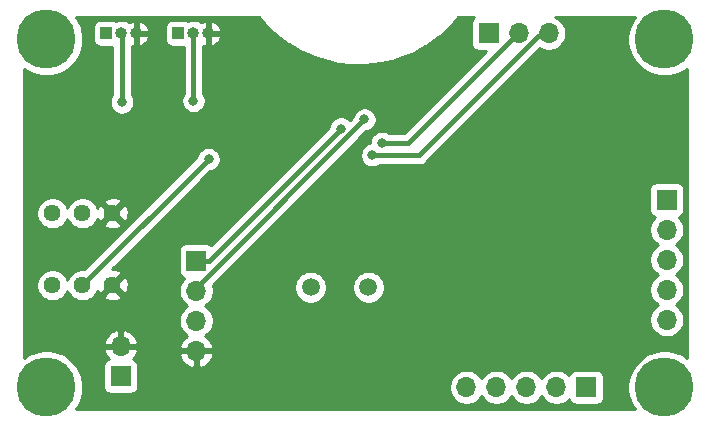
<source format=gbr>
%TF.GenerationSoftware,KiCad,Pcbnew,(5.1.8)-1*%
%TF.CreationDate,2021-01-04T13:49:47+01:00*%
%TF.ProjectId,fablab,6661626c-6162-42e6-9b69-6361645f7063,rev?*%
%TF.SameCoordinates,Original*%
%TF.FileFunction,Copper,L2,Bot*%
%TF.FilePolarity,Positive*%
%FSLAX46Y46*%
G04 Gerber Fmt 4.6, Leading zero omitted, Abs format (unit mm)*
G04 Created by KiCad (PCBNEW (5.1.8)-1) date 2021-01-04 13:49:47*
%MOMM*%
%LPD*%
G01*
G04 APERTURE LIST*
%TA.AperFunction,ConnectorPad*%
%ADD10C,5.000000*%
%TD*%
%TA.AperFunction,ComponentPad*%
%ADD11C,2.900000*%
%TD*%
%TA.AperFunction,ComponentPad*%
%ADD12R,1.700000X1.700000*%
%TD*%
%TA.AperFunction,ComponentPad*%
%ADD13O,1.700000X1.700000*%
%TD*%
%TA.AperFunction,ComponentPad*%
%ADD14O,1.000000X1.000000*%
%TD*%
%TA.AperFunction,ComponentPad*%
%ADD15R,1.000000X1.000000*%
%TD*%
%TA.AperFunction,ComponentPad*%
%ADD16C,1.440000*%
%TD*%
%TA.AperFunction,ComponentPad*%
%ADD17C,1.500000*%
%TD*%
%TA.AperFunction,ViaPad*%
%ADD18C,0.800000*%
%TD*%
%TA.AperFunction,Conductor*%
%ADD19C,0.400000*%
%TD*%
%TA.AperFunction,Conductor*%
%ADD20C,0.254000*%
%TD*%
%TA.AperFunction,Conductor*%
%ADD21C,0.100000*%
%TD*%
G04 APERTURE END LIST*
D10*
%TO.P,H3,1*%
%TO.N,N/C*%
X17780000Y-182880000D03*
D11*
X17780000Y-182880000D03*
%TD*%
D10*
%TO.P,H1,1*%
%TO.N,N/C*%
X17780000Y-153416000D03*
D11*
X17780000Y-153416000D03*
%TD*%
D10*
%TO.P,H4,1*%
%TO.N,N/C*%
X70104000Y-182880000D03*
D11*
X70104000Y-182880000D03*
%TD*%
D10*
%TO.P,H2,1*%
%TO.N,N/C*%
X70104000Y-153416000D03*
D11*
X70104000Y-153416000D03*
%TD*%
D12*
%TO.P,J5,1*%
%TO.N,Net-(J5-Pad1)*%
X63500000Y-182880000D03*
D13*
%TO.P,J5,2*%
%TO.N,Net-(J5-Pad2)*%
X60960000Y-182880000D03*
%TO.P,J5,3*%
%TO.N,Net-(J5-Pad3)*%
X58420000Y-182880000D03*
%TO.P,J5,4*%
%TO.N,Net-(J5-Pad4)*%
X55880000Y-182880000D03*
%TO.P,J5,5*%
%TO.N,+5V*%
X53340000Y-182880000D03*
%TD*%
D12*
%TO.P,J4,1*%
%TO.N,+5V*%
X70300000Y-167000000D03*
D13*
%TO.P,J4,2*%
%TO.N,Net-(J4-Pad2)*%
X70300000Y-169540000D03*
%TO.P,J4,3*%
%TO.N,Net-(J4-Pad3)*%
X70300000Y-172080000D03*
%TO.P,J4,4*%
%TO.N,Net-(J4-Pad4)*%
X70300000Y-174620000D03*
%TO.P,J4,5*%
%TO.N,Net-(J4-Pad5)*%
X70300000Y-177160000D03*
%TD*%
D14*
%TO.P,U1,3*%
%TO.N,GND*%
X25400000Y-152908000D03*
%TO.P,U1,2*%
%TO.N,Net-(U1-Pad2)*%
X24130000Y-152908000D03*
D15*
%TO.P,U1,1*%
%TO.N,Net-(R1-Pad1)*%
X22860000Y-152908000D03*
%TD*%
D14*
%TO.P,U2,3*%
%TO.N,GND*%
X31496000Y-152908000D03*
%TO.P,U2,2*%
%TO.N,Net-(U2-Pad2)*%
X30226000Y-152908000D03*
D15*
%TO.P,U2,1*%
%TO.N,Net-(R2-Pad1)*%
X28956000Y-152908000D03*
%TD*%
D12*
%TO.P,J2,1*%
%TO.N,+5V*%
X24053800Y-181965600D03*
D13*
%TO.P,J2,2*%
%TO.N,GND*%
X24053800Y-179425600D03*
%TD*%
D16*
%TO.P,RV1,1*%
%TO.N,+5V*%
X18288000Y-168148000D03*
%TO.P,RV1,2*%
%TO.N,Net-(RV1-Pad2)*%
X20828000Y-168148000D03*
%TO.P,RV1,3*%
%TO.N,GND*%
X23368000Y-168148000D03*
%TD*%
%TO.P,RV2,3*%
%TO.N,GND*%
X23368000Y-174244000D03*
%TO.P,RV2,2*%
%TO.N,Net-(RV2-Pad2)*%
X20828000Y-174244000D03*
%TO.P,RV2,1*%
%TO.N,+5V*%
X18288000Y-174244000D03*
%TD*%
D17*
%TO.P,Y1,1*%
%TO.N,Net-(C6-Pad2)*%
X45028000Y-174404000D03*
%TO.P,Y1,2*%
%TO.N,Net-(C5-Pad1)*%
X40148000Y-174404000D03*
%TD*%
D12*
%TO.P,J1,1*%
%TO.N,SCL*%
X30454600Y-172161200D03*
D13*
%TO.P,J1,2*%
%TO.N,SDA*%
X30454600Y-174701200D03*
%TO.P,J1,3*%
%TO.N,+5V*%
X30454600Y-177241200D03*
%TO.P,J1,4*%
%TO.N,GND*%
X30454600Y-179781200D03*
%TD*%
D12*
%TO.P,J3,1*%
%TO.N,RESET*%
X55219600Y-152908000D03*
D13*
%TO.P,J3,2*%
%TO.N,RXD*%
X57759600Y-152908000D03*
%TO.P,J3,3*%
%TO.N,TXD*%
X60299600Y-152908000D03*
%TD*%
D18*
%TO.N,GND*%
X26797000Y-160959800D03*
X30962600Y-168529000D03*
X36322000Y-171246800D03*
X24130000Y-176936400D03*
X36195000Y-154025600D03*
X42595800Y-181178200D03*
X48564800Y-157784800D03*
X44119800Y-164922200D03*
X43275199Y-164522201D03*
X53060600Y-162280600D03*
X36677600Y-159334200D03*
X52933600Y-175488600D03*
X50139600Y-172567600D03*
X64592200Y-159537400D03*
%TO.N,SCL*%
X42714255Y-160975376D03*
%TO.N,SDA*%
X44704000Y-160197800D03*
%TO.N,TXD*%
X45364400Y-163220400D03*
%TO.N,RXD*%
X46177200Y-162204400D03*
%TO.N,Net-(RV2-Pad2)*%
X31500000Y-163572000D03*
%TO.N,Net-(U1-Pad2)*%
X24155400Y-158750000D03*
%TO.N,Net-(U2-Pad2)*%
X30226000Y-158623000D03*
%TD*%
D19*
%TO.N,SCL*%
X31528431Y-172161200D02*
X30454600Y-172161200D01*
X42714255Y-160975376D02*
X31528431Y-172161200D01*
%TO.N,SDA*%
X30454600Y-174447200D02*
X30454600Y-174701200D01*
X44704000Y-160197800D02*
X30454600Y-174447200D01*
%TO.N,TXD*%
X59406402Y-153162000D02*
X60096400Y-153162000D01*
X49322602Y-163245800D02*
X59406402Y-153162000D01*
X49297202Y-163220400D02*
X49322602Y-163245800D01*
X45364400Y-163220400D02*
X49297202Y-163220400D01*
%TO.N,RXD*%
X48368602Y-162229800D02*
X57436402Y-153162000D01*
X57436402Y-153162000D02*
X57556400Y-153162000D01*
X48343202Y-162204400D02*
X48368602Y-162229800D01*
X46177200Y-162204400D02*
X48343202Y-162204400D01*
%TO.N,Net-(RV2-Pad2)*%
X20828000Y-174244000D02*
X31500000Y-163572000D01*
X31500000Y-163572000D02*
X31500000Y-163572000D01*
%TO.N,Net-(U1-Pad2)*%
X24155400Y-152933400D02*
X24130000Y-152908000D01*
X24155400Y-158750000D02*
X24155400Y-152933400D01*
%TO.N,Net-(U2-Pad2)*%
X30226000Y-158623000D02*
X30226000Y-152908000D01*
%TD*%
D20*
%TO.N,GND*%
X36176403Y-152042454D02*
X36201364Y-152069035D01*
X36225889Y-152095959D01*
X37142606Y-152983387D01*
X37142614Y-152983395D01*
X37205668Y-153037190D01*
X38226390Y-153802732D01*
X38295688Y-153848201D01*
X38295695Y-153848204D01*
X39404298Y-154479768D01*
X39404310Y-154479776D01*
X39478761Y-154516200D01*
X40657799Y-155003848D01*
X40736228Y-155030655D01*
X40736243Y-155030658D01*
X41967071Y-155366680D01*
X41967086Y-155366685D01*
X42012345Y-155376032D01*
X42048257Y-155383450D01*
X42048270Y-155383451D01*
X43311511Y-155562560D01*
X43311526Y-155562563D01*
X43394157Y-155569022D01*
X44669912Y-155588392D01*
X44669913Y-155588392D01*
X44752703Y-155584444D01*
X44752705Y-155584444D01*
X46020826Y-155443768D01*
X46020828Y-155443768D01*
X46102469Y-155429475D01*
X47342962Y-155130969D01*
X47422169Y-155106557D01*
X47422183Y-155106551D01*
X48615454Y-154654934D01*
X48615468Y-154654930D01*
X48690990Y-154620782D01*
X49818269Y-154023160D01*
X49818276Y-154023157D01*
X49852566Y-154002119D01*
X49888923Y-153979814D01*
X49888933Y-153979806D01*
X50932406Y-153245621D01*
X50932417Y-153245614D01*
X50968298Y-153216837D01*
X50997075Y-153193757D01*
X50997082Y-153193749D01*
X51940321Y-152334564D01*
X51997970Y-152275013D01*
X51997976Y-152275005D01*
X52628474Y-151536000D01*
X54004704Y-151536000D01*
X53918415Y-151606815D01*
X53839063Y-151703506D01*
X53780098Y-151813820D01*
X53743788Y-151933518D01*
X53731528Y-152058000D01*
X53731528Y-153758000D01*
X53743788Y-153882482D01*
X53780098Y-154002180D01*
X53839063Y-154112494D01*
X53918415Y-154209185D01*
X54015106Y-154288537D01*
X54125420Y-154347502D01*
X54245118Y-154383812D01*
X54369600Y-154396072D01*
X55021461Y-154396072D01*
X48048135Y-161369400D01*
X46790485Y-161369400D01*
X46667456Y-161287195D01*
X46479098Y-161209174D01*
X46279139Y-161169400D01*
X46075261Y-161169400D01*
X45875302Y-161209174D01*
X45686944Y-161287195D01*
X45517426Y-161400463D01*
X45373263Y-161544626D01*
X45259995Y-161714144D01*
X45181974Y-161902502D01*
X45142200Y-162102461D01*
X45142200Y-162209321D01*
X45062502Y-162225174D01*
X44874144Y-162303195D01*
X44704626Y-162416463D01*
X44560463Y-162560626D01*
X44447195Y-162730144D01*
X44369174Y-162918502D01*
X44329400Y-163118461D01*
X44329400Y-163322339D01*
X44369174Y-163522298D01*
X44447195Y-163710656D01*
X44560463Y-163880174D01*
X44704626Y-164024337D01*
X44874144Y-164137605D01*
X45062502Y-164215626D01*
X45262461Y-164255400D01*
X45466339Y-164255400D01*
X45666298Y-164215626D01*
X45854656Y-164137605D01*
X45977685Y-164055400D01*
X49115010Y-164055400D01*
X49158914Y-164068718D01*
X49322601Y-164084840D01*
X49322602Y-164084840D01*
X49486290Y-164068718D01*
X49643688Y-164020972D01*
X49788747Y-163943436D01*
X49884031Y-163865238D01*
X49884032Y-163865237D01*
X49915892Y-163839090D01*
X49942039Y-163807230D01*
X59553683Y-154195588D01*
X59596189Y-154223990D01*
X59866442Y-154335932D01*
X60153340Y-154393000D01*
X60445860Y-154393000D01*
X60732758Y-154335932D01*
X61003011Y-154223990D01*
X61246232Y-154061475D01*
X61453075Y-153854632D01*
X61615590Y-153611411D01*
X61727532Y-153341158D01*
X61784600Y-153054260D01*
X61784600Y-152761740D01*
X61727532Y-152474842D01*
X61615590Y-152204589D01*
X61453075Y-151961368D01*
X61246232Y-151754525D01*
X61003011Y-151592010D01*
X60867790Y-151536000D01*
X67589743Y-151536000D01*
X67325799Y-151931021D01*
X67089476Y-152501554D01*
X66969000Y-153107229D01*
X66969000Y-153724771D01*
X67089476Y-154330446D01*
X67325799Y-154900979D01*
X67668886Y-155414446D01*
X68105554Y-155851114D01*
X68619021Y-156194201D01*
X69189554Y-156430524D01*
X69795229Y-156551000D01*
X70412771Y-156551000D01*
X71018446Y-156430524D01*
X71588979Y-156194201D01*
X71984001Y-155930256D01*
X71984000Y-180365743D01*
X71588979Y-180101799D01*
X71018446Y-179865476D01*
X70412771Y-179745000D01*
X69795229Y-179745000D01*
X69189554Y-179865476D01*
X68619021Y-180101799D01*
X68105554Y-180444886D01*
X67668886Y-180881554D01*
X67325799Y-181395021D01*
X67089476Y-181965554D01*
X66969000Y-182571229D01*
X66969000Y-183188771D01*
X67089476Y-183794446D01*
X67325799Y-184364979D01*
X67589743Y-184760000D01*
X20294257Y-184760000D01*
X20558201Y-184364979D01*
X20794524Y-183794446D01*
X20915000Y-183188771D01*
X20915000Y-182571229D01*
X20794524Y-181965554D01*
X20558201Y-181395021D01*
X20371499Y-181115600D01*
X22565728Y-181115600D01*
X22565728Y-182815600D01*
X22577988Y-182940082D01*
X22614298Y-183059780D01*
X22673263Y-183170094D01*
X22752615Y-183266785D01*
X22849306Y-183346137D01*
X22959620Y-183405102D01*
X23079318Y-183441412D01*
X23203800Y-183453672D01*
X24903800Y-183453672D01*
X25028282Y-183441412D01*
X25147980Y-183405102D01*
X25258294Y-183346137D01*
X25354985Y-183266785D01*
X25434337Y-183170094D01*
X25493302Y-183059780D01*
X25529612Y-182940082D01*
X25541872Y-182815600D01*
X25541872Y-182733740D01*
X51855000Y-182733740D01*
X51855000Y-183026260D01*
X51912068Y-183313158D01*
X52024010Y-183583411D01*
X52186525Y-183826632D01*
X52393368Y-184033475D01*
X52636589Y-184195990D01*
X52906842Y-184307932D01*
X53193740Y-184365000D01*
X53486260Y-184365000D01*
X53773158Y-184307932D01*
X54043411Y-184195990D01*
X54286632Y-184033475D01*
X54493475Y-183826632D01*
X54610000Y-183652240D01*
X54726525Y-183826632D01*
X54933368Y-184033475D01*
X55176589Y-184195990D01*
X55446842Y-184307932D01*
X55733740Y-184365000D01*
X56026260Y-184365000D01*
X56313158Y-184307932D01*
X56583411Y-184195990D01*
X56826632Y-184033475D01*
X57033475Y-183826632D01*
X57150000Y-183652240D01*
X57266525Y-183826632D01*
X57473368Y-184033475D01*
X57716589Y-184195990D01*
X57986842Y-184307932D01*
X58273740Y-184365000D01*
X58566260Y-184365000D01*
X58853158Y-184307932D01*
X59123411Y-184195990D01*
X59366632Y-184033475D01*
X59573475Y-183826632D01*
X59690000Y-183652240D01*
X59806525Y-183826632D01*
X60013368Y-184033475D01*
X60256589Y-184195990D01*
X60526842Y-184307932D01*
X60813740Y-184365000D01*
X61106260Y-184365000D01*
X61393158Y-184307932D01*
X61663411Y-184195990D01*
X61906632Y-184033475D01*
X62038487Y-183901620D01*
X62060498Y-183974180D01*
X62119463Y-184084494D01*
X62198815Y-184181185D01*
X62295506Y-184260537D01*
X62405820Y-184319502D01*
X62525518Y-184355812D01*
X62650000Y-184368072D01*
X64350000Y-184368072D01*
X64474482Y-184355812D01*
X64594180Y-184319502D01*
X64704494Y-184260537D01*
X64801185Y-184181185D01*
X64880537Y-184084494D01*
X64939502Y-183974180D01*
X64975812Y-183854482D01*
X64988072Y-183730000D01*
X64988072Y-182030000D01*
X64975812Y-181905518D01*
X64939502Y-181785820D01*
X64880537Y-181675506D01*
X64801185Y-181578815D01*
X64704494Y-181499463D01*
X64594180Y-181440498D01*
X64474482Y-181404188D01*
X64350000Y-181391928D01*
X62650000Y-181391928D01*
X62525518Y-181404188D01*
X62405820Y-181440498D01*
X62295506Y-181499463D01*
X62198815Y-181578815D01*
X62119463Y-181675506D01*
X62060498Y-181785820D01*
X62038487Y-181858380D01*
X61906632Y-181726525D01*
X61663411Y-181564010D01*
X61393158Y-181452068D01*
X61106260Y-181395000D01*
X60813740Y-181395000D01*
X60526842Y-181452068D01*
X60256589Y-181564010D01*
X60013368Y-181726525D01*
X59806525Y-181933368D01*
X59690000Y-182107760D01*
X59573475Y-181933368D01*
X59366632Y-181726525D01*
X59123411Y-181564010D01*
X58853158Y-181452068D01*
X58566260Y-181395000D01*
X58273740Y-181395000D01*
X57986842Y-181452068D01*
X57716589Y-181564010D01*
X57473368Y-181726525D01*
X57266525Y-181933368D01*
X57150000Y-182107760D01*
X57033475Y-181933368D01*
X56826632Y-181726525D01*
X56583411Y-181564010D01*
X56313158Y-181452068D01*
X56026260Y-181395000D01*
X55733740Y-181395000D01*
X55446842Y-181452068D01*
X55176589Y-181564010D01*
X54933368Y-181726525D01*
X54726525Y-181933368D01*
X54610000Y-182107760D01*
X54493475Y-181933368D01*
X54286632Y-181726525D01*
X54043411Y-181564010D01*
X53773158Y-181452068D01*
X53486260Y-181395000D01*
X53193740Y-181395000D01*
X52906842Y-181452068D01*
X52636589Y-181564010D01*
X52393368Y-181726525D01*
X52186525Y-181933368D01*
X52024010Y-182176589D01*
X51912068Y-182446842D01*
X51855000Y-182733740D01*
X25541872Y-182733740D01*
X25541872Y-181115600D01*
X25529612Y-180991118D01*
X25493302Y-180871420D01*
X25434337Y-180761106D01*
X25354985Y-180664415D01*
X25258294Y-180585063D01*
X25147980Y-180526098D01*
X25067334Y-180501634D01*
X25151388Y-180425869D01*
X25325441Y-180192520D01*
X25351366Y-180138090D01*
X29013124Y-180138090D01*
X29057775Y-180285299D01*
X29182959Y-180548120D01*
X29357012Y-180781469D01*
X29573245Y-180976378D01*
X29823348Y-181125357D01*
X30097709Y-181222681D01*
X30327600Y-181102014D01*
X30327600Y-179908200D01*
X30581600Y-179908200D01*
X30581600Y-181102014D01*
X30811491Y-181222681D01*
X31085852Y-181125357D01*
X31335955Y-180976378D01*
X31552188Y-180781469D01*
X31726241Y-180548120D01*
X31851425Y-180285299D01*
X31896076Y-180138090D01*
X31774755Y-179908200D01*
X30581600Y-179908200D01*
X30327600Y-179908200D01*
X29134445Y-179908200D01*
X29013124Y-180138090D01*
X25351366Y-180138090D01*
X25450625Y-179929699D01*
X25495276Y-179782490D01*
X25373955Y-179552600D01*
X24180800Y-179552600D01*
X24180800Y-179572600D01*
X23926800Y-179572600D01*
X23926800Y-179552600D01*
X22733645Y-179552600D01*
X22612324Y-179782490D01*
X22656975Y-179929699D01*
X22782159Y-180192520D01*
X22956212Y-180425869D01*
X23040266Y-180501634D01*
X22959620Y-180526098D01*
X22849306Y-180585063D01*
X22752615Y-180664415D01*
X22673263Y-180761106D01*
X22614298Y-180871420D01*
X22577988Y-180991118D01*
X22565728Y-181115600D01*
X20371499Y-181115600D01*
X20215114Y-180881554D01*
X19778446Y-180444886D01*
X19264979Y-180101799D01*
X18694446Y-179865476D01*
X18088771Y-179745000D01*
X17471229Y-179745000D01*
X16865554Y-179865476D01*
X16295021Y-180101799D01*
X15900000Y-180365743D01*
X15900000Y-179068710D01*
X22612324Y-179068710D01*
X22733645Y-179298600D01*
X23926800Y-179298600D01*
X23926800Y-178104786D01*
X24180800Y-178104786D01*
X24180800Y-179298600D01*
X25373955Y-179298600D01*
X25495276Y-179068710D01*
X25450625Y-178921501D01*
X25325441Y-178658680D01*
X25151388Y-178425331D01*
X24935155Y-178230422D01*
X24685052Y-178081443D01*
X24410691Y-177984119D01*
X24180800Y-178104786D01*
X23926800Y-178104786D01*
X23696909Y-177984119D01*
X23422548Y-178081443D01*
X23172445Y-178230422D01*
X22956212Y-178425331D01*
X22782159Y-178658680D01*
X22656975Y-178921501D01*
X22612324Y-179068710D01*
X15900000Y-179068710D01*
X15900000Y-174110544D01*
X16933000Y-174110544D01*
X16933000Y-174377456D01*
X16985072Y-174639239D01*
X17087215Y-174885833D01*
X17235503Y-175107762D01*
X17424238Y-175296497D01*
X17646167Y-175444785D01*
X17892761Y-175546928D01*
X18154544Y-175599000D01*
X18421456Y-175599000D01*
X18683239Y-175546928D01*
X18929833Y-175444785D01*
X19151762Y-175296497D01*
X19340497Y-175107762D01*
X19488785Y-174885833D01*
X19558000Y-174718734D01*
X19627215Y-174885833D01*
X19775503Y-175107762D01*
X19964238Y-175296497D01*
X20186167Y-175444785D01*
X20432761Y-175546928D01*
X20694544Y-175599000D01*
X20961456Y-175599000D01*
X21223239Y-175546928D01*
X21469833Y-175444785D01*
X21691762Y-175296497D01*
X21808699Y-175179560D01*
X22612045Y-175179560D01*
X22673932Y-175415368D01*
X22915790Y-175528266D01*
X23175027Y-175591811D01*
X23441680Y-175603561D01*
X23705501Y-175563063D01*
X23956353Y-175471875D01*
X24062068Y-175415368D01*
X24123955Y-175179560D01*
X23368000Y-174423605D01*
X22612045Y-175179560D01*
X21808699Y-175179560D01*
X21880497Y-175107762D01*
X22028785Y-174885833D01*
X22098438Y-174717676D01*
X22140125Y-174832353D01*
X22196632Y-174938068D01*
X22432440Y-174999955D01*
X23188395Y-174244000D01*
X23547605Y-174244000D01*
X24303560Y-174999955D01*
X24539368Y-174938068D01*
X24652266Y-174696210D01*
X24715811Y-174436973D01*
X24727561Y-174170320D01*
X24687063Y-173906499D01*
X24595875Y-173655647D01*
X24539368Y-173549932D01*
X24303560Y-173488045D01*
X23547605Y-174244000D01*
X23188395Y-174244000D01*
X23174253Y-174229858D01*
X23353858Y-174050253D01*
X23368000Y-174064395D01*
X24123955Y-173308440D01*
X24062068Y-173072632D01*
X23820210Y-172959734D01*
X23560973Y-172896189D01*
X23365300Y-172887567D01*
X24941667Y-171311200D01*
X28966528Y-171311200D01*
X28966528Y-173011200D01*
X28978788Y-173135682D01*
X29015098Y-173255380D01*
X29074063Y-173365694D01*
X29153415Y-173462385D01*
X29250106Y-173541737D01*
X29360420Y-173600702D01*
X29432980Y-173622713D01*
X29301125Y-173754568D01*
X29138610Y-173997789D01*
X29026668Y-174268042D01*
X28969600Y-174554940D01*
X28969600Y-174847460D01*
X29026668Y-175134358D01*
X29138610Y-175404611D01*
X29301125Y-175647832D01*
X29507968Y-175854675D01*
X29682360Y-175971200D01*
X29507968Y-176087725D01*
X29301125Y-176294568D01*
X29138610Y-176537789D01*
X29026668Y-176808042D01*
X28969600Y-177094940D01*
X28969600Y-177387460D01*
X29026668Y-177674358D01*
X29138610Y-177944611D01*
X29301125Y-178187832D01*
X29507968Y-178394675D01*
X29690134Y-178516395D01*
X29573245Y-178586022D01*
X29357012Y-178780931D01*
X29182959Y-179014280D01*
X29057775Y-179277101D01*
X29013124Y-179424310D01*
X29134445Y-179654200D01*
X30327600Y-179654200D01*
X30327600Y-179634200D01*
X30581600Y-179634200D01*
X30581600Y-179654200D01*
X31774755Y-179654200D01*
X31896076Y-179424310D01*
X31851425Y-179277101D01*
X31726241Y-179014280D01*
X31552188Y-178780931D01*
X31335955Y-178586022D01*
X31219066Y-178516395D01*
X31401232Y-178394675D01*
X31608075Y-178187832D01*
X31770590Y-177944611D01*
X31882532Y-177674358D01*
X31939600Y-177387460D01*
X31939600Y-177094940D01*
X31882532Y-176808042D01*
X31770590Y-176537789D01*
X31608075Y-176294568D01*
X31401232Y-176087725D01*
X31226840Y-175971200D01*
X31401232Y-175854675D01*
X31608075Y-175647832D01*
X31770590Y-175404611D01*
X31882532Y-175134358D01*
X31939600Y-174847460D01*
X31939600Y-174554940D01*
X31882532Y-174268042D01*
X31882345Y-174267589D01*
X38763000Y-174267589D01*
X38763000Y-174540411D01*
X38816225Y-174807989D01*
X38920629Y-175060043D01*
X39072201Y-175286886D01*
X39265114Y-175479799D01*
X39491957Y-175631371D01*
X39744011Y-175735775D01*
X40011589Y-175789000D01*
X40284411Y-175789000D01*
X40551989Y-175735775D01*
X40804043Y-175631371D01*
X41030886Y-175479799D01*
X41223799Y-175286886D01*
X41375371Y-175060043D01*
X41479775Y-174807989D01*
X41533000Y-174540411D01*
X41533000Y-174267589D01*
X43643000Y-174267589D01*
X43643000Y-174540411D01*
X43696225Y-174807989D01*
X43800629Y-175060043D01*
X43952201Y-175286886D01*
X44145114Y-175479799D01*
X44371957Y-175631371D01*
X44624011Y-175735775D01*
X44891589Y-175789000D01*
X45164411Y-175789000D01*
X45431989Y-175735775D01*
X45684043Y-175631371D01*
X45910886Y-175479799D01*
X46103799Y-175286886D01*
X46255371Y-175060043D01*
X46359775Y-174807989D01*
X46413000Y-174540411D01*
X46413000Y-174267589D01*
X46359775Y-174000011D01*
X46255371Y-173747957D01*
X46103799Y-173521114D01*
X45910886Y-173328201D01*
X45684043Y-173176629D01*
X45431989Y-173072225D01*
X45164411Y-173019000D01*
X44891589Y-173019000D01*
X44624011Y-173072225D01*
X44371957Y-173176629D01*
X44145114Y-173328201D01*
X43952201Y-173521114D01*
X43800629Y-173747957D01*
X43696225Y-174000011D01*
X43643000Y-174267589D01*
X41533000Y-174267589D01*
X41479775Y-174000011D01*
X41375371Y-173747957D01*
X41223799Y-173521114D01*
X41030886Y-173328201D01*
X40804043Y-173176629D01*
X40551989Y-173072225D01*
X40284411Y-173019000D01*
X40011589Y-173019000D01*
X39744011Y-173072225D01*
X39491957Y-173176629D01*
X39265114Y-173328201D01*
X39072201Y-173521114D01*
X38920629Y-173747957D01*
X38816225Y-174000011D01*
X38763000Y-174267589D01*
X31882345Y-174267589D01*
X31862643Y-174220025D01*
X39932668Y-166150000D01*
X68811928Y-166150000D01*
X68811928Y-167850000D01*
X68824188Y-167974482D01*
X68860498Y-168094180D01*
X68919463Y-168204494D01*
X68998815Y-168301185D01*
X69095506Y-168380537D01*
X69205820Y-168439502D01*
X69278380Y-168461513D01*
X69146525Y-168593368D01*
X68984010Y-168836589D01*
X68872068Y-169106842D01*
X68815000Y-169393740D01*
X68815000Y-169686260D01*
X68872068Y-169973158D01*
X68984010Y-170243411D01*
X69146525Y-170486632D01*
X69353368Y-170693475D01*
X69527760Y-170810000D01*
X69353368Y-170926525D01*
X69146525Y-171133368D01*
X68984010Y-171376589D01*
X68872068Y-171646842D01*
X68815000Y-171933740D01*
X68815000Y-172226260D01*
X68872068Y-172513158D01*
X68984010Y-172783411D01*
X69146525Y-173026632D01*
X69353368Y-173233475D01*
X69527760Y-173350000D01*
X69353368Y-173466525D01*
X69146525Y-173673368D01*
X68984010Y-173916589D01*
X68872068Y-174186842D01*
X68815000Y-174473740D01*
X68815000Y-174766260D01*
X68872068Y-175053158D01*
X68984010Y-175323411D01*
X69146525Y-175566632D01*
X69353368Y-175773475D01*
X69527760Y-175890000D01*
X69353368Y-176006525D01*
X69146525Y-176213368D01*
X68984010Y-176456589D01*
X68872068Y-176726842D01*
X68815000Y-177013740D01*
X68815000Y-177306260D01*
X68872068Y-177593158D01*
X68984010Y-177863411D01*
X69146525Y-178106632D01*
X69353368Y-178313475D01*
X69596589Y-178475990D01*
X69866842Y-178587932D01*
X70153740Y-178645000D01*
X70446260Y-178645000D01*
X70733158Y-178587932D01*
X71003411Y-178475990D01*
X71246632Y-178313475D01*
X71453475Y-178106632D01*
X71615990Y-177863411D01*
X71727932Y-177593158D01*
X71785000Y-177306260D01*
X71785000Y-177013740D01*
X71727932Y-176726842D01*
X71615990Y-176456589D01*
X71453475Y-176213368D01*
X71246632Y-176006525D01*
X71072240Y-175890000D01*
X71246632Y-175773475D01*
X71453475Y-175566632D01*
X71615990Y-175323411D01*
X71727932Y-175053158D01*
X71785000Y-174766260D01*
X71785000Y-174473740D01*
X71727932Y-174186842D01*
X71615990Y-173916589D01*
X71453475Y-173673368D01*
X71246632Y-173466525D01*
X71072240Y-173350000D01*
X71246632Y-173233475D01*
X71453475Y-173026632D01*
X71615990Y-172783411D01*
X71727932Y-172513158D01*
X71785000Y-172226260D01*
X71785000Y-171933740D01*
X71727932Y-171646842D01*
X71615990Y-171376589D01*
X71453475Y-171133368D01*
X71246632Y-170926525D01*
X71072240Y-170810000D01*
X71246632Y-170693475D01*
X71453475Y-170486632D01*
X71615990Y-170243411D01*
X71727932Y-169973158D01*
X71785000Y-169686260D01*
X71785000Y-169393740D01*
X71727932Y-169106842D01*
X71615990Y-168836589D01*
X71453475Y-168593368D01*
X71321620Y-168461513D01*
X71394180Y-168439502D01*
X71504494Y-168380537D01*
X71601185Y-168301185D01*
X71680537Y-168204494D01*
X71739502Y-168094180D01*
X71775812Y-167974482D01*
X71788072Y-167850000D01*
X71788072Y-166150000D01*
X71775812Y-166025518D01*
X71739502Y-165905820D01*
X71680537Y-165795506D01*
X71601185Y-165698815D01*
X71504494Y-165619463D01*
X71394180Y-165560498D01*
X71274482Y-165524188D01*
X71150000Y-165511928D01*
X69450000Y-165511928D01*
X69325518Y-165524188D01*
X69205820Y-165560498D01*
X69095506Y-165619463D01*
X68998815Y-165698815D01*
X68919463Y-165795506D01*
X68860498Y-165905820D01*
X68824188Y-166025518D01*
X68811928Y-166150000D01*
X39932668Y-166150000D01*
X44860777Y-161221892D01*
X45005898Y-161193026D01*
X45194256Y-161115005D01*
X45363774Y-161001737D01*
X45507937Y-160857574D01*
X45621205Y-160688056D01*
X45699226Y-160499698D01*
X45739000Y-160299739D01*
X45739000Y-160095861D01*
X45699226Y-159895902D01*
X45621205Y-159707544D01*
X45507937Y-159538026D01*
X45363774Y-159393863D01*
X45194256Y-159280595D01*
X45005898Y-159202574D01*
X44805939Y-159162800D01*
X44602061Y-159162800D01*
X44402102Y-159202574D01*
X44213744Y-159280595D01*
X44044226Y-159393863D01*
X43900063Y-159538026D01*
X43786795Y-159707544D01*
X43708774Y-159895902D01*
X43679908Y-160041023D01*
X43461761Y-160259171D01*
X43374029Y-160171439D01*
X43204511Y-160058171D01*
X43016153Y-159980150D01*
X42816194Y-159940376D01*
X42612316Y-159940376D01*
X42412357Y-159980150D01*
X42223999Y-160058171D01*
X42054481Y-160171439D01*
X41910318Y-160315602D01*
X41797050Y-160485120D01*
X41719029Y-160673478D01*
X41690163Y-160818600D01*
X31696996Y-170811768D01*
X31659094Y-170780663D01*
X31548780Y-170721698D01*
X31429082Y-170685388D01*
X31304600Y-170673128D01*
X29604600Y-170673128D01*
X29480118Y-170685388D01*
X29360420Y-170721698D01*
X29250106Y-170780663D01*
X29153415Y-170860015D01*
X29074063Y-170956706D01*
X29015098Y-171067020D01*
X28978788Y-171186718D01*
X28966528Y-171311200D01*
X24941667Y-171311200D01*
X31656776Y-164596092D01*
X31801898Y-164567226D01*
X31990256Y-164489205D01*
X32159774Y-164375937D01*
X32303937Y-164231774D01*
X32417205Y-164062256D01*
X32495226Y-163873898D01*
X32535000Y-163673939D01*
X32535000Y-163470061D01*
X32495226Y-163270102D01*
X32417205Y-163081744D01*
X32303937Y-162912226D01*
X32159774Y-162768063D01*
X31990256Y-162654795D01*
X31801898Y-162576774D01*
X31601939Y-162537000D01*
X31398061Y-162537000D01*
X31198102Y-162576774D01*
X31009744Y-162654795D01*
X30840226Y-162768063D01*
X30696063Y-162912226D01*
X30582795Y-163081744D01*
X30504774Y-163270102D01*
X30475908Y-163415224D01*
X20995384Y-172895749D01*
X20961456Y-172889000D01*
X20694544Y-172889000D01*
X20432761Y-172941072D01*
X20186167Y-173043215D01*
X19964238Y-173191503D01*
X19775503Y-173380238D01*
X19627215Y-173602167D01*
X19558000Y-173769266D01*
X19488785Y-173602167D01*
X19340497Y-173380238D01*
X19151762Y-173191503D01*
X18929833Y-173043215D01*
X18683239Y-172941072D01*
X18421456Y-172889000D01*
X18154544Y-172889000D01*
X17892761Y-172941072D01*
X17646167Y-173043215D01*
X17424238Y-173191503D01*
X17235503Y-173380238D01*
X17087215Y-173602167D01*
X16985072Y-173848761D01*
X16933000Y-174110544D01*
X15900000Y-174110544D01*
X15900000Y-168014544D01*
X16933000Y-168014544D01*
X16933000Y-168281456D01*
X16985072Y-168543239D01*
X17087215Y-168789833D01*
X17235503Y-169011762D01*
X17424238Y-169200497D01*
X17646167Y-169348785D01*
X17892761Y-169450928D01*
X18154544Y-169503000D01*
X18421456Y-169503000D01*
X18683239Y-169450928D01*
X18929833Y-169348785D01*
X19151762Y-169200497D01*
X19340497Y-169011762D01*
X19488785Y-168789833D01*
X19558000Y-168622734D01*
X19627215Y-168789833D01*
X19775503Y-169011762D01*
X19964238Y-169200497D01*
X20186167Y-169348785D01*
X20432761Y-169450928D01*
X20694544Y-169503000D01*
X20961456Y-169503000D01*
X21223239Y-169450928D01*
X21469833Y-169348785D01*
X21691762Y-169200497D01*
X21808699Y-169083560D01*
X22612045Y-169083560D01*
X22673932Y-169319368D01*
X22915790Y-169432266D01*
X23175027Y-169495811D01*
X23441680Y-169507561D01*
X23705501Y-169467063D01*
X23956353Y-169375875D01*
X24062068Y-169319368D01*
X24123955Y-169083560D01*
X23368000Y-168327605D01*
X22612045Y-169083560D01*
X21808699Y-169083560D01*
X21880497Y-169011762D01*
X22028785Y-168789833D01*
X22098438Y-168621676D01*
X22140125Y-168736353D01*
X22196632Y-168842068D01*
X22432440Y-168903955D01*
X23188395Y-168148000D01*
X23547605Y-168148000D01*
X24303560Y-168903955D01*
X24539368Y-168842068D01*
X24652266Y-168600210D01*
X24715811Y-168340973D01*
X24727561Y-168074320D01*
X24687063Y-167810499D01*
X24595875Y-167559647D01*
X24539368Y-167453932D01*
X24303560Y-167392045D01*
X23547605Y-168148000D01*
X23188395Y-168148000D01*
X22432440Y-167392045D01*
X22196632Y-167453932D01*
X22096236Y-167669007D01*
X22028785Y-167506167D01*
X21880497Y-167284238D01*
X21808699Y-167212440D01*
X22612045Y-167212440D01*
X23368000Y-167968395D01*
X24123955Y-167212440D01*
X24062068Y-166976632D01*
X23820210Y-166863734D01*
X23560973Y-166800189D01*
X23294320Y-166788439D01*
X23030499Y-166828937D01*
X22779647Y-166920125D01*
X22673932Y-166976632D01*
X22612045Y-167212440D01*
X21808699Y-167212440D01*
X21691762Y-167095503D01*
X21469833Y-166947215D01*
X21223239Y-166845072D01*
X20961456Y-166793000D01*
X20694544Y-166793000D01*
X20432761Y-166845072D01*
X20186167Y-166947215D01*
X19964238Y-167095503D01*
X19775503Y-167284238D01*
X19627215Y-167506167D01*
X19558000Y-167673266D01*
X19488785Y-167506167D01*
X19340497Y-167284238D01*
X19151762Y-167095503D01*
X18929833Y-166947215D01*
X18683239Y-166845072D01*
X18421456Y-166793000D01*
X18154544Y-166793000D01*
X17892761Y-166845072D01*
X17646167Y-166947215D01*
X17424238Y-167095503D01*
X17235503Y-167284238D01*
X17087215Y-167506167D01*
X16985072Y-167752761D01*
X16933000Y-168014544D01*
X15900000Y-168014544D01*
X15900000Y-155930257D01*
X16295021Y-156194201D01*
X16865554Y-156430524D01*
X17471229Y-156551000D01*
X18088771Y-156551000D01*
X18694446Y-156430524D01*
X19264979Y-156194201D01*
X19778446Y-155851114D01*
X20215114Y-155414446D01*
X20558201Y-154900979D01*
X20794524Y-154330446D01*
X20915000Y-153724771D01*
X20915000Y-153107229D01*
X20794524Y-152501554D01*
X20755773Y-152408000D01*
X21721928Y-152408000D01*
X21721928Y-153408000D01*
X21734188Y-153532482D01*
X21770498Y-153652180D01*
X21829463Y-153762494D01*
X21908815Y-153859185D01*
X22005506Y-153938537D01*
X22115820Y-153997502D01*
X22235518Y-154033812D01*
X22360000Y-154046072D01*
X23320401Y-154046072D01*
X23320400Y-158136715D01*
X23238195Y-158259744D01*
X23160174Y-158448102D01*
X23120400Y-158648061D01*
X23120400Y-158851939D01*
X23160174Y-159051898D01*
X23238195Y-159240256D01*
X23351463Y-159409774D01*
X23495626Y-159553937D01*
X23665144Y-159667205D01*
X23853502Y-159745226D01*
X24053461Y-159785000D01*
X24257339Y-159785000D01*
X24457298Y-159745226D01*
X24645656Y-159667205D01*
X24815174Y-159553937D01*
X24959337Y-159409774D01*
X25072605Y-159240256D01*
X25150626Y-159051898D01*
X25190400Y-158851939D01*
X25190400Y-158648061D01*
X25150626Y-158448102D01*
X25072605Y-158259744D01*
X24990400Y-158136715D01*
X24990400Y-153962021D01*
X25043136Y-153985446D01*
X25098126Y-154002119D01*
X25273000Y-153875954D01*
X25273000Y-153035000D01*
X25527000Y-153035000D01*
X25527000Y-153875954D01*
X25701874Y-154002119D01*
X25756864Y-153985446D01*
X25960206Y-153895123D01*
X26142020Y-153766865D01*
X26295318Y-153605601D01*
X26414210Y-153417529D01*
X26494126Y-153209876D01*
X26369129Y-153035000D01*
X25527000Y-153035000D01*
X25273000Y-153035000D01*
X25261974Y-153035000D01*
X25265000Y-153019788D01*
X25265000Y-152796212D01*
X25261974Y-152781000D01*
X25273000Y-152781000D01*
X25273000Y-151940046D01*
X25527000Y-151940046D01*
X25527000Y-152781000D01*
X26369129Y-152781000D01*
X26494126Y-152606124D01*
X26417878Y-152408000D01*
X27817928Y-152408000D01*
X27817928Y-153408000D01*
X27830188Y-153532482D01*
X27866498Y-153652180D01*
X27925463Y-153762494D01*
X28004815Y-153859185D01*
X28101506Y-153938537D01*
X28211820Y-153997502D01*
X28331518Y-154033812D01*
X28456000Y-154046072D01*
X29391001Y-154046072D01*
X29391000Y-158009715D01*
X29308795Y-158132744D01*
X29230774Y-158321102D01*
X29191000Y-158521061D01*
X29191000Y-158724939D01*
X29230774Y-158924898D01*
X29308795Y-159113256D01*
X29422063Y-159282774D01*
X29566226Y-159426937D01*
X29735744Y-159540205D01*
X29924102Y-159618226D01*
X30124061Y-159658000D01*
X30327939Y-159658000D01*
X30527898Y-159618226D01*
X30716256Y-159540205D01*
X30885774Y-159426937D01*
X31029937Y-159282774D01*
X31143205Y-159113256D01*
X31221226Y-158924898D01*
X31261000Y-158724939D01*
X31261000Y-158521061D01*
X31221226Y-158321102D01*
X31143205Y-158132744D01*
X31061000Y-158009715D01*
X31061000Y-153950739D01*
X31139136Y-153985446D01*
X31194126Y-154002119D01*
X31369000Y-153875954D01*
X31369000Y-153035000D01*
X31623000Y-153035000D01*
X31623000Y-153875954D01*
X31797874Y-154002119D01*
X31852864Y-153985446D01*
X32056206Y-153895123D01*
X32238020Y-153766865D01*
X32391318Y-153605601D01*
X32510210Y-153417529D01*
X32590126Y-153209876D01*
X32465129Y-153035000D01*
X31623000Y-153035000D01*
X31369000Y-153035000D01*
X31357974Y-153035000D01*
X31361000Y-153019788D01*
X31361000Y-152796212D01*
X31357974Y-152781000D01*
X31369000Y-152781000D01*
X31369000Y-151940046D01*
X31623000Y-151940046D01*
X31623000Y-152781000D01*
X32465129Y-152781000D01*
X32590126Y-152606124D01*
X32510210Y-152398471D01*
X32391318Y-152210399D01*
X32238020Y-152049135D01*
X32056206Y-151920877D01*
X31852864Y-151830554D01*
X31797874Y-151813881D01*
X31623000Y-151940046D01*
X31369000Y-151940046D01*
X31194126Y-151813881D01*
X31139136Y-151830554D01*
X30935794Y-151920877D01*
X30865658Y-151970353D01*
X30763624Y-151902176D01*
X30557067Y-151816617D01*
X30337788Y-151773000D01*
X30114212Y-151773000D01*
X29894933Y-151816617D01*
X29783226Y-151862888D01*
X29700180Y-151818498D01*
X29580482Y-151782188D01*
X29456000Y-151769928D01*
X28456000Y-151769928D01*
X28331518Y-151782188D01*
X28211820Y-151818498D01*
X28101506Y-151877463D01*
X28004815Y-151956815D01*
X27925463Y-152053506D01*
X27866498Y-152163820D01*
X27830188Y-152283518D01*
X27817928Y-152408000D01*
X26417878Y-152408000D01*
X26414210Y-152398471D01*
X26295318Y-152210399D01*
X26142020Y-152049135D01*
X25960206Y-151920877D01*
X25756864Y-151830554D01*
X25701874Y-151813881D01*
X25527000Y-151940046D01*
X25273000Y-151940046D01*
X25098126Y-151813881D01*
X25043136Y-151830554D01*
X24839794Y-151920877D01*
X24769658Y-151970353D01*
X24667624Y-151902176D01*
X24461067Y-151816617D01*
X24241788Y-151773000D01*
X24018212Y-151773000D01*
X23798933Y-151816617D01*
X23687226Y-151862888D01*
X23604180Y-151818498D01*
X23484482Y-151782188D01*
X23360000Y-151769928D01*
X22360000Y-151769928D01*
X22235518Y-151782188D01*
X22115820Y-151818498D01*
X22005506Y-151877463D01*
X21908815Y-151956815D01*
X21829463Y-152053506D01*
X21770498Y-152163820D01*
X21734188Y-152283518D01*
X21721928Y-152408000D01*
X20755773Y-152408000D01*
X20558201Y-151931021D01*
X20294257Y-151536000D01*
X35757427Y-151536000D01*
X36176403Y-152042454D01*
%TA.AperFunction,Conductor*%
D21*
G36*
X36176403Y-152042454D02*
G01*
X36201364Y-152069035D01*
X36225889Y-152095959D01*
X37142606Y-152983387D01*
X37142614Y-152983395D01*
X37205668Y-153037190D01*
X38226390Y-153802732D01*
X38295688Y-153848201D01*
X38295695Y-153848204D01*
X39404298Y-154479768D01*
X39404310Y-154479776D01*
X39478761Y-154516200D01*
X40657799Y-155003848D01*
X40736228Y-155030655D01*
X40736243Y-155030658D01*
X41967071Y-155366680D01*
X41967086Y-155366685D01*
X42012345Y-155376032D01*
X42048257Y-155383450D01*
X42048270Y-155383451D01*
X43311511Y-155562560D01*
X43311526Y-155562563D01*
X43394157Y-155569022D01*
X44669912Y-155588392D01*
X44669913Y-155588392D01*
X44752703Y-155584444D01*
X44752705Y-155584444D01*
X46020826Y-155443768D01*
X46020828Y-155443768D01*
X46102469Y-155429475D01*
X47342962Y-155130969D01*
X47422169Y-155106557D01*
X47422183Y-155106551D01*
X48615454Y-154654934D01*
X48615468Y-154654930D01*
X48690990Y-154620782D01*
X49818269Y-154023160D01*
X49818276Y-154023157D01*
X49852566Y-154002119D01*
X49888923Y-153979814D01*
X49888933Y-153979806D01*
X50932406Y-153245621D01*
X50932417Y-153245614D01*
X50968298Y-153216837D01*
X50997075Y-153193757D01*
X50997082Y-153193749D01*
X51940321Y-152334564D01*
X51997970Y-152275013D01*
X51997976Y-152275005D01*
X52628474Y-151536000D01*
X54004704Y-151536000D01*
X53918415Y-151606815D01*
X53839063Y-151703506D01*
X53780098Y-151813820D01*
X53743788Y-151933518D01*
X53731528Y-152058000D01*
X53731528Y-153758000D01*
X53743788Y-153882482D01*
X53780098Y-154002180D01*
X53839063Y-154112494D01*
X53918415Y-154209185D01*
X54015106Y-154288537D01*
X54125420Y-154347502D01*
X54245118Y-154383812D01*
X54369600Y-154396072D01*
X55021461Y-154396072D01*
X48048135Y-161369400D01*
X46790485Y-161369400D01*
X46667456Y-161287195D01*
X46479098Y-161209174D01*
X46279139Y-161169400D01*
X46075261Y-161169400D01*
X45875302Y-161209174D01*
X45686944Y-161287195D01*
X45517426Y-161400463D01*
X45373263Y-161544626D01*
X45259995Y-161714144D01*
X45181974Y-161902502D01*
X45142200Y-162102461D01*
X45142200Y-162209321D01*
X45062502Y-162225174D01*
X44874144Y-162303195D01*
X44704626Y-162416463D01*
X44560463Y-162560626D01*
X44447195Y-162730144D01*
X44369174Y-162918502D01*
X44329400Y-163118461D01*
X44329400Y-163322339D01*
X44369174Y-163522298D01*
X44447195Y-163710656D01*
X44560463Y-163880174D01*
X44704626Y-164024337D01*
X44874144Y-164137605D01*
X45062502Y-164215626D01*
X45262461Y-164255400D01*
X45466339Y-164255400D01*
X45666298Y-164215626D01*
X45854656Y-164137605D01*
X45977685Y-164055400D01*
X49115010Y-164055400D01*
X49158914Y-164068718D01*
X49322601Y-164084840D01*
X49322602Y-164084840D01*
X49486290Y-164068718D01*
X49643688Y-164020972D01*
X49788747Y-163943436D01*
X49884031Y-163865238D01*
X49884032Y-163865237D01*
X49915892Y-163839090D01*
X49942039Y-163807230D01*
X59553683Y-154195588D01*
X59596189Y-154223990D01*
X59866442Y-154335932D01*
X60153340Y-154393000D01*
X60445860Y-154393000D01*
X60732758Y-154335932D01*
X61003011Y-154223990D01*
X61246232Y-154061475D01*
X61453075Y-153854632D01*
X61615590Y-153611411D01*
X61727532Y-153341158D01*
X61784600Y-153054260D01*
X61784600Y-152761740D01*
X61727532Y-152474842D01*
X61615590Y-152204589D01*
X61453075Y-151961368D01*
X61246232Y-151754525D01*
X61003011Y-151592010D01*
X60867790Y-151536000D01*
X67589743Y-151536000D01*
X67325799Y-151931021D01*
X67089476Y-152501554D01*
X66969000Y-153107229D01*
X66969000Y-153724771D01*
X67089476Y-154330446D01*
X67325799Y-154900979D01*
X67668886Y-155414446D01*
X68105554Y-155851114D01*
X68619021Y-156194201D01*
X69189554Y-156430524D01*
X69795229Y-156551000D01*
X70412771Y-156551000D01*
X71018446Y-156430524D01*
X71588979Y-156194201D01*
X71984001Y-155930256D01*
X71984000Y-180365743D01*
X71588979Y-180101799D01*
X71018446Y-179865476D01*
X70412771Y-179745000D01*
X69795229Y-179745000D01*
X69189554Y-179865476D01*
X68619021Y-180101799D01*
X68105554Y-180444886D01*
X67668886Y-180881554D01*
X67325799Y-181395021D01*
X67089476Y-181965554D01*
X66969000Y-182571229D01*
X66969000Y-183188771D01*
X67089476Y-183794446D01*
X67325799Y-184364979D01*
X67589743Y-184760000D01*
X20294257Y-184760000D01*
X20558201Y-184364979D01*
X20794524Y-183794446D01*
X20915000Y-183188771D01*
X20915000Y-182571229D01*
X20794524Y-181965554D01*
X20558201Y-181395021D01*
X20371499Y-181115600D01*
X22565728Y-181115600D01*
X22565728Y-182815600D01*
X22577988Y-182940082D01*
X22614298Y-183059780D01*
X22673263Y-183170094D01*
X22752615Y-183266785D01*
X22849306Y-183346137D01*
X22959620Y-183405102D01*
X23079318Y-183441412D01*
X23203800Y-183453672D01*
X24903800Y-183453672D01*
X25028282Y-183441412D01*
X25147980Y-183405102D01*
X25258294Y-183346137D01*
X25354985Y-183266785D01*
X25434337Y-183170094D01*
X25493302Y-183059780D01*
X25529612Y-182940082D01*
X25541872Y-182815600D01*
X25541872Y-182733740D01*
X51855000Y-182733740D01*
X51855000Y-183026260D01*
X51912068Y-183313158D01*
X52024010Y-183583411D01*
X52186525Y-183826632D01*
X52393368Y-184033475D01*
X52636589Y-184195990D01*
X52906842Y-184307932D01*
X53193740Y-184365000D01*
X53486260Y-184365000D01*
X53773158Y-184307932D01*
X54043411Y-184195990D01*
X54286632Y-184033475D01*
X54493475Y-183826632D01*
X54610000Y-183652240D01*
X54726525Y-183826632D01*
X54933368Y-184033475D01*
X55176589Y-184195990D01*
X55446842Y-184307932D01*
X55733740Y-184365000D01*
X56026260Y-184365000D01*
X56313158Y-184307932D01*
X56583411Y-184195990D01*
X56826632Y-184033475D01*
X57033475Y-183826632D01*
X57150000Y-183652240D01*
X57266525Y-183826632D01*
X57473368Y-184033475D01*
X57716589Y-184195990D01*
X57986842Y-184307932D01*
X58273740Y-184365000D01*
X58566260Y-184365000D01*
X58853158Y-184307932D01*
X59123411Y-184195990D01*
X59366632Y-184033475D01*
X59573475Y-183826632D01*
X59690000Y-183652240D01*
X59806525Y-183826632D01*
X60013368Y-184033475D01*
X60256589Y-184195990D01*
X60526842Y-184307932D01*
X60813740Y-184365000D01*
X61106260Y-184365000D01*
X61393158Y-184307932D01*
X61663411Y-184195990D01*
X61906632Y-184033475D01*
X62038487Y-183901620D01*
X62060498Y-183974180D01*
X62119463Y-184084494D01*
X62198815Y-184181185D01*
X62295506Y-184260537D01*
X62405820Y-184319502D01*
X62525518Y-184355812D01*
X62650000Y-184368072D01*
X64350000Y-184368072D01*
X64474482Y-184355812D01*
X64594180Y-184319502D01*
X64704494Y-184260537D01*
X64801185Y-184181185D01*
X64880537Y-184084494D01*
X64939502Y-183974180D01*
X64975812Y-183854482D01*
X64988072Y-183730000D01*
X64988072Y-182030000D01*
X64975812Y-181905518D01*
X64939502Y-181785820D01*
X64880537Y-181675506D01*
X64801185Y-181578815D01*
X64704494Y-181499463D01*
X64594180Y-181440498D01*
X64474482Y-181404188D01*
X64350000Y-181391928D01*
X62650000Y-181391928D01*
X62525518Y-181404188D01*
X62405820Y-181440498D01*
X62295506Y-181499463D01*
X62198815Y-181578815D01*
X62119463Y-181675506D01*
X62060498Y-181785820D01*
X62038487Y-181858380D01*
X61906632Y-181726525D01*
X61663411Y-181564010D01*
X61393158Y-181452068D01*
X61106260Y-181395000D01*
X60813740Y-181395000D01*
X60526842Y-181452068D01*
X60256589Y-181564010D01*
X60013368Y-181726525D01*
X59806525Y-181933368D01*
X59690000Y-182107760D01*
X59573475Y-181933368D01*
X59366632Y-181726525D01*
X59123411Y-181564010D01*
X58853158Y-181452068D01*
X58566260Y-181395000D01*
X58273740Y-181395000D01*
X57986842Y-181452068D01*
X57716589Y-181564010D01*
X57473368Y-181726525D01*
X57266525Y-181933368D01*
X57150000Y-182107760D01*
X57033475Y-181933368D01*
X56826632Y-181726525D01*
X56583411Y-181564010D01*
X56313158Y-181452068D01*
X56026260Y-181395000D01*
X55733740Y-181395000D01*
X55446842Y-181452068D01*
X55176589Y-181564010D01*
X54933368Y-181726525D01*
X54726525Y-181933368D01*
X54610000Y-182107760D01*
X54493475Y-181933368D01*
X54286632Y-181726525D01*
X54043411Y-181564010D01*
X53773158Y-181452068D01*
X53486260Y-181395000D01*
X53193740Y-181395000D01*
X52906842Y-181452068D01*
X52636589Y-181564010D01*
X52393368Y-181726525D01*
X52186525Y-181933368D01*
X52024010Y-182176589D01*
X51912068Y-182446842D01*
X51855000Y-182733740D01*
X25541872Y-182733740D01*
X25541872Y-181115600D01*
X25529612Y-180991118D01*
X25493302Y-180871420D01*
X25434337Y-180761106D01*
X25354985Y-180664415D01*
X25258294Y-180585063D01*
X25147980Y-180526098D01*
X25067334Y-180501634D01*
X25151388Y-180425869D01*
X25325441Y-180192520D01*
X25351366Y-180138090D01*
X29013124Y-180138090D01*
X29057775Y-180285299D01*
X29182959Y-180548120D01*
X29357012Y-180781469D01*
X29573245Y-180976378D01*
X29823348Y-181125357D01*
X30097709Y-181222681D01*
X30327600Y-181102014D01*
X30327600Y-179908200D01*
X30581600Y-179908200D01*
X30581600Y-181102014D01*
X30811491Y-181222681D01*
X31085852Y-181125357D01*
X31335955Y-180976378D01*
X31552188Y-180781469D01*
X31726241Y-180548120D01*
X31851425Y-180285299D01*
X31896076Y-180138090D01*
X31774755Y-179908200D01*
X30581600Y-179908200D01*
X30327600Y-179908200D01*
X29134445Y-179908200D01*
X29013124Y-180138090D01*
X25351366Y-180138090D01*
X25450625Y-179929699D01*
X25495276Y-179782490D01*
X25373955Y-179552600D01*
X24180800Y-179552600D01*
X24180800Y-179572600D01*
X23926800Y-179572600D01*
X23926800Y-179552600D01*
X22733645Y-179552600D01*
X22612324Y-179782490D01*
X22656975Y-179929699D01*
X22782159Y-180192520D01*
X22956212Y-180425869D01*
X23040266Y-180501634D01*
X22959620Y-180526098D01*
X22849306Y-180585063D01*
X22752615Y-180664415D01*
X22673263Y-180761106D01*
X22614298Y-180871420D01*
X22577988Y-180991118D01*
X22565728Y-181115600D01*
X20371499Y-181115600D01*
X20215114Y-180881554D01*
X19778446Y-180444886D01*
X19264979Y-180101799D01*
X18694446Y-179865476D01*
X18088771Y-179745000D01*
X17471229Y-179745000D01*
X16865554Y-179865476D01*
X16295021Y-180101799D01*
X15900000Y-180365743D01*
X15900000Y-179068710D01*
X22612324Y-179068710D01*
X22733645Y-179298600D01*
X23926800Y-179298600D01*
X23926800Y-178104786D01*
X24180800Y-178104786D01*
X24180800Y-179298600D01*
X25373955Y-179298600D01*
X25495276Y-179068710D01*
X25450625Y-178921501D01*
X25325441Y-178658680D01*
X25151388Y-178425331D01*
X24935155Y-178230422D01*
X24685052Y-178081443D01*
X24410691Y-177984119D01*
X24180800Y-178104786D01*
X23926800Y-178104786D01*
X23696909Y-177984119D01*
X23422548Y-178081443D01*
X23172445Y-178230422D01*
X22956212Y-178425331D01*
X22782159Y-178658680D01*
X22656975Y-178921501D01*
X22612324Y-179068710D01*
X15900000Y-179068710D01*
X15900000Y-174110544D01*
X16933000Y-174110544D01*
X16933000Y-174377456D01*
X16985072Y-174639239D01*
X17087215Y-174885833D01*
X17235503Y-175107762D01*
X17424238Y-175296497D01*
X17646167Y-175444785D01*
X17892761Y-175546928D01*
X18154544Y-175599000D01*
X18421456Y-175599000D01*
X18683239Y-175546928D01*
X18929833Y-175444785D01*
X19151762Y-175296497D01*
X19340497Y-175107762D01*
X19488785Y-174885833D01*
X19558000Y-174718734D01*
X19627215Y-174885833D01*
X19775503Y-175107762D01*
X19964238Y-175296497D01*
X20186167Y-175444785D01*
X20432761Y-175546928D01*
X20694544Y-175599000D01*
X20961456Y-175599000D01*
X21223239Y-175546928D01*
X21469833Y-175444785D01*
X21691762Y-175296497D01*
X21808699Y-175179560D01*
X22612045Y-175179560D01*
X22673932Y-175415368D01*
X22915790Y-175528266D01*
X23175027Y-175591811D01*
X23441680Y-175603561D01*
X23705501Y-175563063D01*
X23956353Y-175471875D01*
X24062068Y-175415368D01*
X24123955Y-175179560D01*
X23368000Y-174423605D01*
X22612045Y-175179560D01*
X21808699Y-175179560D01*
X21880497Y-175107762D01*
X22028785Y-174885833D01*
X22098438Y-174717676D01*
X22140125Y-174832353D01*
X22196632Y-174938068D01*
X22432440Y-174999955D01*
X23188395Y-174244000D01*
X23547605Y-174244000D01*
X24303560Y-174999955D01*
X24539368Y-174938068D01*
X24652266Y-174696210D01*
X24715811Y-174436973D01*
X24727561Y-174170320D01*
X24687063Y-173906499D01*
X24595875Y-173655647D01*
X24539368Y-173549932D01*
X24303560Y-173488045D01*
X23547605Y-174244000D01*
X23188395Y-174244000D01*
X23174253Y-174229858D01*
X23353858Y-174050253D01*
X23368000Y-174064395D01*
X24123955Y-173308440D01*
X24062068Y-173072632D01*
X23820210Y-172959734D01*
X23560973Y-172896189D01*
X23365300Y-172887567D01*
X24941667Y-171311200D01*
X28966528Y-171311200D01*
X28966528Y-173011200D01*
X28978788Y-173135682D01*
X29015098Y-173255380D01*
X29074063Y-173365694D01*
X29153415Y-173462385D01*
X29250106Y-173541737D01*
X29360420Y-173600702D01*
X29432980Y-173622713D01*
X29301125Y-173754568D01*
X29138610Y-173997789D01*
X29026668Y-174268042D01*
X28969600Y-174554940D01*
X28969600Y-174847460D01*
X29026668Y-175134358D01*
X29138610Y-175404611D01*
X29301125Y-175647832D01*
X29507968Y-175854675D01*
X29682360Y-175971200D01*
X29507968Y-176087725D01*
X29301125Y-176294568D01*
X29138610Y-176537789D01*
X29026668Y-176808042D01*
X28969600Y-177094940D01*
X28969600Y-177387460D01*
X29026668Y-177674358D01*
X29138610Y-177944611D01*
X29301125Y-178187832D01*
X29507968Y-178394675D01*
X29690134Y-178516395D01*
X29573245Y-178586022D01*
X29357012Y-178780931D01*
X29182959Y-179014280D01*
X29057775Y-179277101D01*
X29013124Y-179424310D01*
X29134445Y-179654200D01*
X30327600Y-179654200D01*
X30327600Y-179634200D01*
X30581600Y-179634200D01*
X30581600Y-179654200D01*
X31774755Y-179654200D01*
X31896076Y-179424310D01*
X31851425Y-179277101D01*
X31726241Y-179014280D01*
X31552188Y-178780931D01*
X31335955Y-178586022D01*
X31219066Y-178516395D01*
X31401232Y-178394675D01*
X31608075Y-178187832D01*
X31770590Y-177944611D01*
X31882532Y-177674358D01*
X31939600Y-177387460D01*
X31939600Y-177094940D01*
X31882532Y-176808042D01*
X31770590Y-176537789D01*
X31608075Y-176294568D01*
X31401232Y-176087725D01*
X31226840Y-175971200D01*
X31401232Y-175854675D01*
X31608075Y-175647832D01*
X31770590Y-175404611D01*
X31882532Y-175134358D01*
X31939600Y-174847460D01*
X31939600Y-174554940D01*
X31882532Y-174268042D01*
X31882345Y-174267589D01*
X38763000Y-174267589D01*
X38763000Y-174540411D01*
X38816225Y-174807989D01*
X38920629Y-175060043D01*
X39072201Y-175286886D01*
X39265114Y-175479799D01*
X39491957Y-175631371D01*
X39744011Y-175735775D01*
X40011589Y-175789000D01*
X40284411Y-175789000D01*
X40551989Y-175735775D01*
X40804043Y-175631371D01*
X41030886Y-175479799D01*
X41223799Y-175286886D01*
X41375371Y-175060043D01*
X41479775Y-174807989D01*
X41533000Y-174540411D01*
X41533000Y-174267589D01*
X43643000Y-174267589D01*
X43643000Y-174540411D01*
X43696225Y-174807989D01*
X43800629Y-175060043D01*
X43952201Y-175286886D01*
X44145114Y-175479799D01*
X44371957Y-175631371D01*
X44624011Y-175735775D01*
X44891589Y-175789000D01*
X45164411Y-175789000D01*
X45431989Y-175735775D01*
X45684043Y-175631371D01*
X45910886Y-175479799D01*
X46103799Y-175286886D01*
X46255371Y-175060043D01*
X46359775Y-174807989D01*
X46413000Y-174540411D01*
X46413000Y-174267589D01*
X46359775Y-174000011D01*
X46255371Y-173747957D01*
X46103799Y-173521114D01*
X45910886Y-173328201D01*
X45684043Y-173176629D01*
X45431989Y-173072225D01*
X45164411Y-173019000D01*
X44891589Y-173019000D01*
X44624011Y-173072225D01*
X44371957Y-173176629D01*
X44145114Y-173328201D01*
X43952201Y-173521114D01*
X43800629Y-173747957D01*
X43696225Y-174000011D01*
X43643000Y-174267589D01*
X41533000Y-174267589D01*
X41479775Y-174000011D01*
X41375371Y-173747957D01*
X41223799Y-173521114D01*
X41030886Y-173328201D01*
X40804043Y-173176629D01*
X40551989Y-173072225D01*
X40284411Y-173019000D01*
X40011589Y-173019000D01*
X39744011Y-173072225D01*
X39491957Y-173176629D01*
X39265114Y-173328201D01*
X39072201Y-173521114D01*
X38920629Y-173747957D01*
X38816225Y-174000011D01*
X38763000Y-174267589D01*
X31882345Y-174267589D01*
X31862643Y-174220025D01*
X39932668Y-166150000D01*
X68811928Y-166150000D01*
X68811928Y-167850000D01*
X68824188Y-167974482D01*
X68860498Y-168094180D01*
X68919463Y-168204494D01*
X68998815Y-168301185D01*
X69095506Y-168380537D01*
X69205820Y-168439502D01*
X69278380Y-168461513D01*
X69146525Y-168593368D01*
X68984010Y-168836589D01*
X68872068Y-169106842D01*
X68815000Y-169393740D01*
X68815000Y-169686260D01*
X68872068Y-169973158D01*
X68984010Y-170243411D01*
X69146525Y-170486632D01*
X69353368Y-170693475D01*
X69527760Y-170810000D01*
X69353368Y-170926525D01*
X69146525Y-171133368D01*
X68984010Y-171376589D01*
X68872068Y-171646842D01*
X68815000Y-171933740D01*
X68815000Y-172226260D01*
X68872068Y-172513158D01*
X68984010Y-172783411D01*
X69146525Y-173026632D01*
X69353368Y-173233475D01*
X69527760Y-173350000D01*
X69353368Y-173466525D01*
X69146525Y-173673368D01*
X68984010Y-173916589D01*
X68872068Y-174186842D01*
X68815000Y-174473740D01*
X68815000Y-174766260D01*
X68872068Y-175053158D01*
X68984010Y-175323411D01*
X69146525Y-175566632D01*
X69353368Y-175773475D01*
X69527760Y-175890000D01*
X69353368Y-176006525D01*
X69146525Y-176213368D01*
X68984010Y-176456589D01*
X68872068Y-176726842D01*
X68815000Y-177013740D01*
X68815000Y-177306260D01*
X68872068Y-177593158D01*
X68984010Y-177863411D01*
X69146525Y-178106632D01*
X69353368Y-178313475D01*
X69596589Y-178475990D01*
X69866842Y-178587932D01*
X70153740Y-178645000D01*
X70446260Y-178645000D01*
X70733158Y-178587932D01*
X71003411Y-178475990D01*
X71246632Y-178313475D01*
X71453475Y-178106632D01*
X71615990Y-177863411D01*
X71727932Y-177593158D01*
X71785000Y-177306260D01*
X71785000Y-177013740D01*
X71727932Y-176726842D01*
X71615990Y-176456589D01*
X71453475Y-176213368D01*
X71246632Y-176006525D01*
X71072240Y-175890000D01*
X71246632Y-175773475D01*
X71453475Y-175566632D01*
X71615990Y-175323411D01*
X71727932Y-175053158D01*
X71785000Y-174766260D01*
X71785000Y-174473740D01*
X71727932Y-174186842D01*
X71615990Y-173916589D01*
X71453475Y-173673368D01*
X71246632Y-173466525D01*
X71072240Y-173350000D01*
X71246632Y-173233475D01*
X71453475Y-173026632D01*
X71615990Y-172783411D01*
X71727932Y-172513158D01*
X71785000Y-172226260D01*
X71785000Y-171933740D01*
X71727932Y-171646842D01*
X71615990Y-171376589D01*
X71453475Y-171133368D01*
X71246632Y-170926525D01*
X71072240Y-170810000D01*
X71246632Y-170693475D01*
X71453475Y-170486632D01*
X71615990Y-170243411D01*
X71727932Y-169973158D01*
X71785000Y-169686260D01*
X71785000Y-169393740D01*
X71727932Y-169106842D01*
X71615990Y-168836589D01*
X71453475Y-168593368D01*
X71321620Y-168461513D01*
X71394180Y-168439502D01*
X71504494Y-168380537D01*
X71601185Y-168301185D01*
X71680537Y-168204494D01*
X71739502Y-168094180D01*
X71775812Y-167974482D01*
X71788072Y-167850000D01*
X71788072Y-166150000D01*
X71775812Y-166025518D01*
X71739502Y-165905820D01*
X71680537Y-165795506D01*
X71601185Y-165698815D01*
X71504494Y-165619463D01*
X71394180Y-165560498D01*
X71274482Y-165524188D01*
X71150000Y-165511928D01*
X69450000Y-165511928D01*
X69325518Y-165524188D01*
X69205820Y-165560498D01*
X69095506Y-165619463D01*
X68998815Y-165698815D01*
X68919463Y-165795506D01*
X68860498Y-165905820D01*
X68824188Y-166025518D01*
X68811928Y-166150000D01*
X39932668Y-166150000D01*
X44860777Y-161221892D01*
X45005898Y-161193026D01*
X45194256Y-161115005D01*
X45363774Y-161001737D01*
X45507937Y-160857574D01*
X45621205Y-160688056D01*
X45699226Y-160499698D01*
X45739000Y-160299739D01*
X45739000Y-160095861D01*
X45699226Y-159895902D01*
X45621205Y-159707544D01*
X45507937Y-159538026D01*
X45363774Y-159393863D01*
X45194256Y-159280595D01*
X45005898Y-159202574D01*
X44805939Y-159162800D01*
X44602061Y-159162800D01*
X44402102Y-159202574D01*
X44213744Y-159280595D01*
X44044226Y-159393863D01*
X43900063Y-159538026D01*
X43786795Y-159707544D01*
X43708774Y-159895902D01*
X43679908Y-160041023D01*
X43461761Y-160259171D01*
X43374029Y-160171439D01*
X43204511Y-160058171D01*
X43016153Y-159980150D01*
X42816194Y-159940376D01*
X42612316Y-159940376D01*
X42412357Y-159980150D01*
X42223999Y-160058171D01*
X42054481Y-160171439D01*
X41910318Y-160315602D01*
X41797050Y-160485120D01*
X41719029Y-160673478D01*
X41690163Y-160818600D01*
X31696996Y-170811768D01*
X31659094Y-170780663D01*
X31548780Y-170721698D01*
X31429082Y-170685388D01*
X31304600Y-170673128D01*
X29604600Y-170673128D01*
X29480118Y-170685388D01*
X29360420Y-170721698D01*
X29250106Y-170780663D01*
X29153415Y-170860015D01*
X29074063Y-170956706D01*
X29015098Y-171067020D01*
X28978788Y-171186718D01*
X28966528Y-171311200D01*
X24941667Y-171311200D01*
X31656776Y-164596092D01*
X31801898Y-164567226D01*
X31990256Y-164489205D01*
X32159774Y-164375937D01*
X32303937Y-164231774D01*
X32417205Y-164062256D01*
X32495226Y-163873898D01*
X32535000Y-163673939D01*
X32535000Y-163470061D01*
X32495226Y-163270102D01*
X32417205Y-163081744D01*
X32303937Y-162912226D01*
X32159774Y-162768063D01*
X31990256Y-162654795D01*
X31801898Y-162576774D01*
X31601939Y-162537000D01*
X31398061Y-162537000D01*
X31198102Y-162576774D01*
X31009744Y-162654795D01*
X30840226Y-162768063D01*
X30696063Y-162912226D01*
X30582795Y-163081744D01*
X30504774Y-163270102D01*
X30475908Y-163415224D01*
X20995384Y-172895749D01*
X20961456Y-172889000D01*
X20694544Y-172889000D01*
X20432761Y-172941072D01*
X20186167Y-173043215D01*
X19964238Y-173191503D01*
X19775503Y-173380238D01*
X19627215Y-173602167D01*
X19558000Y-173769266D01*
X19488785Y-173602167D01*
X19340497Y-173380238D01*
X19151762Y-173191503D01*
X18929833Y-173043215D01*
X18683239Y-172941072D01*
X18421456Y-172889000D01*
X18154544Y-172889000D01*
X17892761Y-172941072D01*
X17646167Y-173043215D01*
X17424238Y-173191503D01*
X17235503Y-173380238D01*
X17087215Y-173602167D01*
X16985072Y-173848761D01*
X16933000Y-174110544D01*
X15900000Y-174110544D01*
X15900000Y-168014544D01*
X16933000Y-168014544D01*
X16933000Y-168281456D01*
X16985072Y-168543239D01*
X17087215Y-168789833D01*
X17235503Y-169011762D01*
X17424238Y-169200497D01*
X17646167Y-169348785D01*
X17892761Y-169450928D01*
X18154544Y-169503000D01*
X18421456Y-169503000D01*
X18683239Y-169450928D01*
X18929833Y-169348785D01*
X19151762Y-169200497D01*
X19340497Y-169011762D01*
X19488785Y-168789833D01*
X19558000Y-168622734D01*
X19627215Y-168789833D01*
X19775503Y-169011762D01*
X19964238Y-169200497D01*
X20186167Y-169348785D01*
X20432761Y-169450928D01*
X20694544Y-169503000D01*
X20961456Y-169503000D01*
X21223239Y-169450928D01*
X21469833Y-169348785D01*
X21691762Y-169200497D01*
X21808699Y-169083560D01*
X22612045Y-169083560D01*
X22673932Y-169319368D01*
X22915790Y-169432266D01*
X23175027Y-169495811D01*
X23441680Y-169507561D01*
X23705501Y-169467063D01*
X23956353Y-169375875D01*
X24062068Y-169319368D01*
X24123955Y-169083560D01*
X23368000Y-168327605D01*
X22612045Y-169083560D01*
X21808699Y-169083560D01*
X21880497Y-169011762D01*
X22028785Y-168789833D01*
X22098438Y-168621676D01*
X22140125Y-168736353D01*
X22196632Y-168842068D01*
X22432440Y-168903955D01*
X23188395Y-168148000D01*
X23547605Y-168148000D01*
X24303560Y-168903955D01*
X24539368Y-168842068D01*
X24652266Y-168600210D01*
X24715811Y-168340973D01*
X24727561Y-168074320D01*
X24687063Y-167810499D01*
X24595875Y-167559647D01*
X24539368Y-167453932D01*
X24303560Y-167392045D01*
X23547605Y-168148000D01*
X23188395Y-168148000D01*
X22432440Y-167392045D01*
X22196632Y-167453932D01*
X22096236Y-167669007D01*
X22028785Y-167506167D01*
X21880497Y-167284238D01*
X21808699Y-167212440D01*
X22612045Y-167212440D01*
X23368000Y-167968395D01*
X24123955Y-167212440D01*
X24062068Y-166976632D01*
X23820210Y-166863734D01*
X23560973Y-166800189D01*
X23294320Y-166788439D01*
X23030499Y-166828937D01*
X22779647Y-166920125D01*
X22673932Y-166976632D01*
X22612045Y-167212440D01*
X21808699Y-167212440D01*
X21691762Y-167095503D01*
X21469833Y-166947215D01*
X21223239Y-166845072D01*
X20961456Y-166793000D01*
X20694544Y-166793000D01*
X20432761Y-166845072D01*
X20186167Y-166947215D01*
X19964238Y-167095503D01*
X19775503Y-167284238D01*
X19627215Y-167506167D01*
X19558000Y-167673266D01*
X19488785Y-167506167D01*
X19340497Y-167284238D01*
X19151762Y-167095503D01*
X18929833Y-166947215D01*
X18683239Y-166845072D01*
X18421456Y-166793000D01*
X18154544Y-166793000D01*
X17892761Y-166845072D01*
X17646167Y-166947215D01*
X17424238Y-167095503D01*
X17235503Y-167284238D01*
X17087215Y-167506167D01*
X16985072Y-167752761D01*
X16933000Y-168014544D01*
X15900000Y-168014544D01*
X15900000Y-155930257D01*
X16295021Y-156194201D01*
X16865554Y-156430524D01*
X17471229Y-156551000D01*
X18088771Y-156551000D01*
X18694446Y-156430524D01*
X19264979Y-156194201D01*
X19778446Y-155851114D01*
X20215114Y-155414446D01*
X20558201Y-154900979D01*
X20794524Y-154330446D01*
X20915000Y-153724771D01*
X20915000Y-153107229D01*
X20794524Y-152501554D01*
X20755773Y-152408000D01*
X21721928Y-152408000D01*
X21721928Y-153408000D01*
X21734188Y-153532482D01*
X21770498Y-153652180D01*
X21829463Y-153762494D01*
X21908815Y-153859185D01*
X22005506Y-153938537D01*
X22115820Y-153997502D01*
X22235518Y-154033812D01*
X22360000Y-154046072D01*
X23320401Y-154046072D01*
X23320400Y-158136715D01*
X23238195Y-158259744D01*
X23160174Y-158448102D01*
X23120400Y-158648061D01*
X23120400Y-158851939D01*
X23160174Y-159051898D01*
X23238195Y-159240256D01*
X23351463Y-159409774D01*
X23495626Y-159553937D01*
X23665144Y-159667205D01*
X23853502Y-159745226D01*
X24053461Y-159785000D01*
X24257339Y-159785000D01*
X24457298Y-159745226D01*
X24645656Y-159667205D01*
X24815174Y-159553937D01*
X24959337Y-159409774D01*
X25072605Y-159240256D01*
X25150626Y-159051898D01*
X25190400Y-158851939D01*
X25190400Y-158648061D01*
X25150626Y-158448102D01*
X25072605Y-158259744D01*
X24990400Y-158136715D01*
X24990400Y-153962021D01*
X25043136Y-153985446D01*
X25098126Y-154002119D01*
X25273000Y-153875954D01*
X25273000Y-153035000D01*
X25527000Y-153035000D01*
X25527000Y-153875954D01*
X25701874Y-154002119D01*
X25756864Y-153985446D01*
X25960206Y-153895123D01*
X26142020Y-153766865D01*
X26295318Y-153605601D01*
X26414210Y-153417529D01*
X26494126Y-153209876D01*
X26369129Y-153035000D01*
X25527000Y-153035000D01*
X25273000Y-153035000D01*
X25261974Y-153035000D01*
X25265000Y-153019788D01*
X25265000Y-152796212D01*
X25261974Y-152781000D01*
X25273000Y-152781000D01*
X25273000Y-151940046D01*
X25527000Y-151940046D01*
X25527000Y-152781000D01*
X26369129Y-152781000D01*
X26494126Y-152606124D01*
X26417878Y-152408000D01*
X27817928Y-152408000D01*
X27817928Y-153408000D01*
X27830188Y-153532482D01*
X27866498Y-153652180D01*
X27925463Y-153762494D01*
X28004815Y-153859185D01*
X28101506Y-153938537D01*
X28211820Y-153997502D01*
X28331518Y-154033812D01*
X28456000Y-154046072D01*
X29391001Y-154046072D01*
X29391000Y-158009715D01*
X29308795Y-158132744D01*
X29230774Y-158321102D01*
X29191000Y-158521061D01*
X29191000Y-158724939D01*
X29230774Y-158924898D01*
X29308795Y-159113256D01*
X29422063Y-159282774D01*
X29566226Y-159426937D01*
X29735744Y-159540205D01*
X29924102Y-159618226D01*
X30124061Y-159658000D01*
X30327939Y-159658000D01*
X30527898Y-159618226D01*
X30716256Y-159540205D01*
X30885774Y-159426937D01*
X31029937Y-159282774D01*
X31143205Y-159113256D01*
X31221226Y-158924898D01*
X31261000Y-158724939D01*
X31261000Y-158521061D01*
X31221226Y-158321102D01*
X31143205Y-158132744D01*
X31061000Y-158009715D01*
X31061000Y-153950739D01*
X31139136Y-153985446D01*
X31194126Y-154002119D01*
X31369000Y-153875954D01*
X31369000Y-153035000D01*
X31623000Y-153035000D01*
X31623000Y-153875954D01*
X31797874Y-154002119D01*
X31852864Y-153985446D01*
X32056206Y-153895123D01*
X32238020Y-153766865D01*
X32391318Y-153605601D01*
X32510210Y-153417529D01*
X32590126Y-153209876D01*
X32465129Y-153035000D01*
X31623000Y-153035000D01*
X31369000Y-153035000D01*
X31357974Y-153035000D01*
X31361000Y-153019788D01*
X31361000Y-152796212D01*
X31357974Y-152781000D01*
X31369000Y-152781000D01*
X31369000Y-151940046D01*
X31623000Y-151940046D01*
X31623000Y-152781000D01*
X32465129Y-152781000D01*
X32590126Y-152606124D01*
X32510210Y-152398471D01*
X32391318Y-152210399D01*
X32238020Y-152049135D01*
X32056206Y-151920877D01*
X31852864Y-151830554D01*
X31797874Y-151813881D01*
X31623000Y-151940046D01*
X31369000Y-151940046D01*
X31194126Y-151813881D01*
X31139136Y-151830554D01*
X30935794Y-151920877D01*
X30865658Y-151970353D01*
X30763624Y-151902176D01*
X30557067Y-151816617D01*
X30337788Y-151773000D01*
X30114212Y-151773000D01*
X29894933Y-151816617D01*
X29783226Y-151862888D01*
X29700180Y-151818498D01*
X29580482Y-151782188D01*
X29456000Y-151769928D01*
X28456000Y-151769928D01*
X28331518Y-151782188D01*
X28211820Y-151818498D01*
X28101506Y-151877463D01*
X28004815Y-151956815D01*
X27925463Y-152053506D01*
X27866498Y-152163820D01*
X27830188Y-152283518D01*
X27817928Y-152408000D01*
X26417878Y-152408000D01*
X26414210Y-152398471D01*
X26295318Y-152210399D01*
X26142020Y-152049135D01*
X25960206Y-151920877D01*
X25756864Y-151830554D01*
X25701874Y-151813881D01*
X25527000Y-151940046D01*
X25273000Y-151940046D01*
X25098126Y-151813881D01*
X25043136Y-151830554D01*
X24839794Y-151920877D01*
X24769658Y-151970353D01*
X24667624Y-151902176D01*
X24461067Y-151816617D01*
X24241788Y-151773000D01*
X24018212Y-151773000D01*
X23798933Y-151816617D01*
X23687226Y-151862888D01*
X23604180Y-151818498D01*
X23484482Y-151782188D01*
X23360000Y-151769928D01*
X22360000Y-151769928D01*
X22235518Y-151782188D01*
X22115820Y-151818498D01*
X22005506Y-151877463D01*
X21908815Y-151956815D01*
X21829463Y-152053506D01*
X21770498Y-152163820D01*
X21734188Y-152283518D01*
X21721928Y-152408000D01*
X20755773Y-152408000D01*
X20558201Y-151931021D01*
X20294257Y-151536000D01*
X35757427Y-151536000D01*
X36176403Y-152042454D01*
G37*
%TD.AperFunction*%
%TD*%
M02*

</source>
